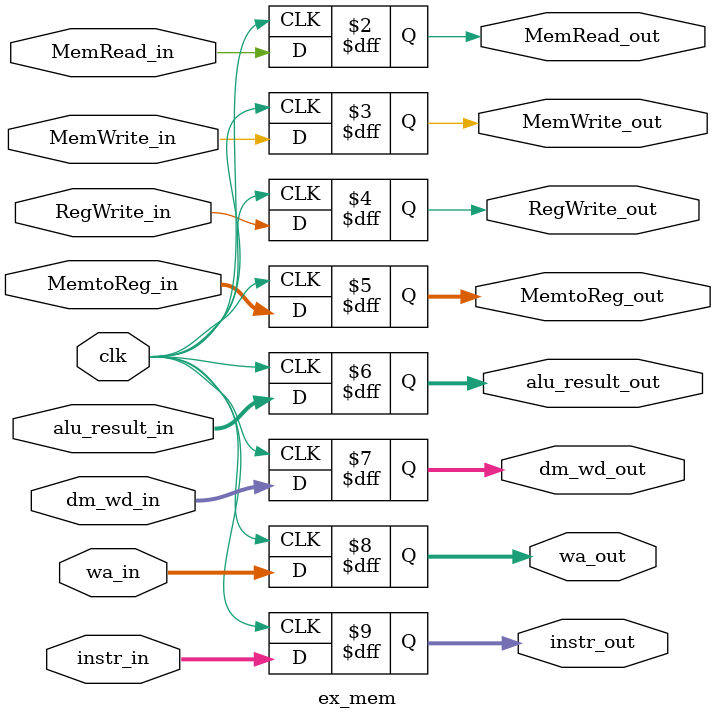
<source format=v>
module ex_mem(
  input clk,
 
  input MemRead_in,
  input MemWrite_in,
 
  input RegWrite_in,
  input [1:0] MemtoReg_in,

  input [31:0] alu_result_in,
  input [31:0] dm_wd_in,
  input [31:0] wa_in,
  input [31:0] instr_in,
 
  output reg MemRead_out,
  output reg MemWrite_out,
  output reg RegWrite_out,
  output reg[1:0] MemtoReg_out,

  output reg[31:0] alu_result_out,
  output reg[31:0] dm_wd_out,
  output reg[31:0] wa_out,
  output reg[31:0] instr_out
  );
  
  always@(posedge clk)
  begin
    MemRead_out <= MemRead_in;
    MemWrite_out <= MemWrite_in;
    RegWrite_out <= RegWrite_in;
    MemtoReg_out <= MemtoReg_in;
    alu_result_out <= alu_result_in;
    dm_wd_out <= dm_wd_in;
    wa_out <= wa_in;
    instr_out <= instr_in;
  end
  
endmodule

</source>
